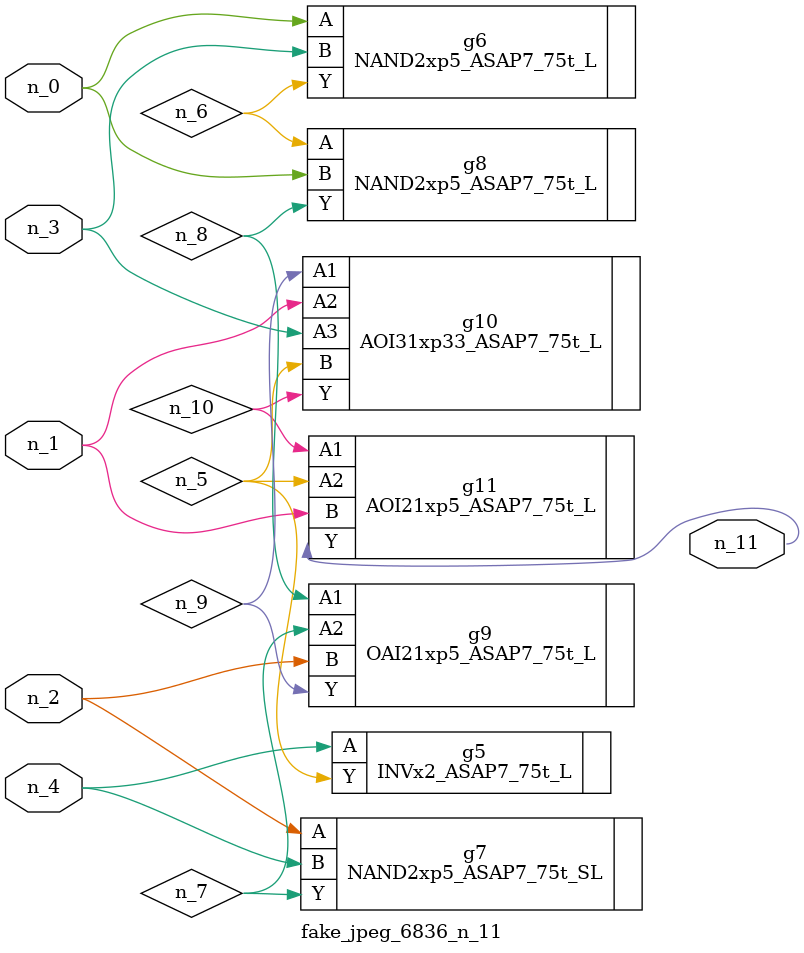
<source format=v>
module fake_jpeg_6836_n_11 (n_3, n_2, n_1, n_0, n_4, n_11);

input n_3;
input n_2;
input n_1;
input n_0;
input n_4;

output n_11;

wire n_10;
wire n_8;
wire n_9;
wire n_6;
wire n_5;
wire n_7;

INVx2_ASAP7_75t_L g5 ( 
.A(n_4),
.Y(n_5)
);

NAND2xp5_ASAP7_75t_L g6 ( 
.A(n_0),
.B(n_3),
.Y(n_6)
);

NAND2xp5_ASAP7_75t_SL g7 ( 
.A(n_2),
.B(n_4),
.Y(n_7)
);

NAND2xp5_ASAP7_75t_L g8 ( 
.A(n_6),
.B(n_0),
.Y(n_8)
);

OAI21xp5_ASAP7_75t_L g9 ( 
.A1(n_8),
.A2(n_7),
.B(n_2),
.Y(n_9)
);

AOI31xp33_ASAP7_75t_L g10 ( 
.A1(n_9),
.A2(n_1),
.A3(n_3),
.B(n_5),
.Y(n_10)
);

AOI21xp5_ASAP7_75t_L g11 ( 
.A1(n_10),
.A2(n_5),
.B(n_1),
.Y(n_11)
);


endmodule
</source>
